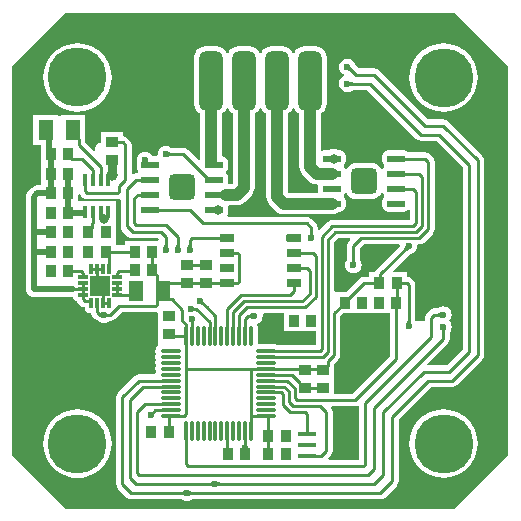
<source format=gtl>
G04*
G04 #@! TF.GenerationSoftware,Altium Limited,Altium Designer,21.9.2 (33)*
G04*
G04 Layer_Physical_Order=1*
G04 Layer_Color=255*
%FSLAX25Y25*%
%MOIN*%
G70*
G04*
G04 #@! TF.SameCoordinates,DDE03FFC-3592-4A1C-B560-7E07A9873239*
G04*
G04*
G04 #@! TF.FilePolarity,Positive*
G04*
G01*
G75*
%ADD16R,0.03740X0.04134*%
%ADD17R,0.04134X0.03740*%
G04:AMPARAMS|DCode=18|XSize=59.06mil|YSize=22.84mil|CornerRadius=2.85mil|HoleSize=0mil|Usage=FLASHONLY|Rotation=180.000|XOffset=0mil|YOffset=0mil|HoleType=Round|Shape=RoundedRectangle|*
%AMROUNDEDRECTD18*
21,1,0.05906,0.01713,0,0,180.0*
21,1,0.05335,0.02284,0,0,180.0*
1,1,0.00571,-0.02667,0.00856*
1,1,0.00571,0.02667,0.00856*
1,1,0.00571,0.02667,-0.00856*
1,1,0.00571,-0.02667,-0.00856*
%
%ADD18ROUNDEDRECTD18*%
%ADD19R,0.04950X0.06700*%
%ADD20R,0.06299X0.01181*%
G04:AMPARAMS|DCode=22|XSize=33.86mil|YSize=10.24mil|CornerRadius=1.28mil|HoleSize=0mil|Usage=FLASHONLY|Rotation=180.000|XOffset=0mil|YOffset=0mil|HoleType=Round|Shape=RoundedRectangle|*
%AMROUNDEDRECTD22*
21,1,0.03386,0.00768,0,0,180.0*
21,1,0.03130,0.01024,0,0,180.0*
1,1,0.00256,-0.01565,0.00384*
1,1,0.00256,0.01565,0.00384*
1,1,0.00256,0.01565,-0.00384*
1,1,0.00256,-0.01565,-0.00384*
%
%ADD22ROUNDEDRECTD22*%
G04:AMPARAMS|DCode=23|XSize=33.86mil|YSize=10.24mil|CornerRadius=1.28mil|HoleSize=0mil|Usage=FLASHONLY|Rotation=270.000|XOffset=0mil|YOffset=0mil|HoleType=Round|Shape=RoundedRectangle|*
%AMROUNDEDRECTD23*
21,1,0.03386,0.00768,0,0,270.0*
21,1,0.03130,0.01024,0,0,270.0*
1,1,0.00256,-0.00384,-0.01565*
1,1,0.00256,-0.00384,0.01565*
1,1,0.00256,0.00384,0.01565*
1,1,0.00256,0.00384,-0.01565*
%
%ADD23ROUNDEDRECTD23*%
%ADD24O,0.07087X0.01181*%
G04:AMPARAMS|DCode=25|XSize=78.74mil|YSize=196.85mil|CornerRadius=19.68mil|HoleSize=0mil|Usage=FLASHONLY|Rotation=0.000|XOffset=0mil|YOffset=0mil|HoleType=Round|Shape=RoundedRectangle|*
%AMROUNDEDRECTD25*
21,1,0.07874,0.15748,0,0,0.0*
21,1,0.03937,0.19685,0,0,0.0*
1,1,0.03937,0.01968,-0.07874*
1,1,0.03937,-0.01968,-0.07874*
1,1,0.03937,-0.01968,0.07874*
1,1,0.03937,0.01968,0.07874*
%
%ADD25ROUNDEDRECTD25*%
%ADD26R,0.05158X0.02559*%
%ADD27O,0.01181X0.07087*%
%ADD28R,0.01800X0.03950*%
G04:AMPARAMS|DCode=45|XSize=89.96mil|YSize=89.96mil|CornerRadius=22.49mil|HoleSize=0mil|Usage=FLASHONLY|Rotation=180.000|XOffset=0mil|YOffset=0mil|HoleType=Round|Shape=RoundedRectangle|*
%AMROUNDEDRECTD45*
21,1,0.08996,0.04498,0,0,180.0*
21,1,0.04498,0.08996,0,0,180.0*
1,1,0.04498,-0.02249,0.02249*
1,1,0.04498,0.02249,0.02249*
1,1,0.04498,0.02249,-0.02249*
1,1,0.04498,-0.02249,-0.02249*
%
%ADD45ROUNDEDRECTD45*%
%ADD46R,0.06614X0.06614*%
%ADD47C,0.01000*%
%ADD48C,0.03150*%
%ADD49C,0.01968*%
%ADD50C,0.03937*%
%ADD51C,0.01575*%
%ADD52C,0.02362*%
%ADD53C,0.03937*%
%ADD54C,0.03150*%
%ADD55C,0.19685*%
G36*
X82677Y64823D02*
Y-64823D01*
X64823Y-82677D01*
X-64823D01*
X-82677Y-64823D01*
Y64823D01*
X-64823Y82677D01*
X64823D01*
X82677Y64823D01*
D02*
G37*
%LPC*%
G36*
X18469Y71448D02*
X14532D01*
X13607Y71326D01*
X12745Y70969D01*
X12004Y70401D01*
X11436Y69661D01*
X11271Y69261D01*
X10729D01*
X10564Y69661D01*
X9996Y70401D01*
X9255Y70969D01*
X8394Y71326D01*
X7468Y71448D01*
X3531D01*
X2606Y71326D01*
X1745Y70969D01*
X1004Y70401D01*
X436Y69661D01*
X271Y69261D01*
X-271D01*
X-436Y69661D01*
X-1004Y70401D01*
X-1745Y70969D01*
X-2606Y71326D01*
X-3531Y71448D01*
X-7468D01*
X-8394Y71326D01*
X-9255Y70969D01*
X-9996Y70401D01*
X-10564Y69661D01*
X-10729Y69261D01*
X-11271D01*
X-11436Y69661D01*
X-12004Y70401D01*
X-12745Y70969D01*
X-13607Y71326D01*
X-14532Y71448D01*
X-18469D01*
X-19394Y71326D01*
X-20255Y70969D01*
X-20996Y70401D01*
X-21564Y69661D01*
X-21921Y68799D01*
X-22042Y67874D01*
Y52126D01*
X-21921Y51201D01*
X-21564Y50339D01*
X-20996Y49599D01*
X-20255Y49031D01*
X-20074Y48956D01*
Y33611D01*
X-20574Y33404D01*
X-24166Y36996D01*
X-24852Y37454D01*
X-25661Y37615D01*
X-29730D01*
X-30110Y37907D01*
X-30781Y38185D01*
X-31500Y38280D01*
X-32219Y38185D01*
X-32890Y37907D01*
X-33465Y37466D01*
X-33907Y36890D01*
X-34185Y36219D01*
X-34280Y35500D01*
X-34247Y35253D01*
X-34686Y34753D01*
X-36036D01*
X-36093Y34890D01*
X-36535Y35465D01*
X-37110Y35907D01*
X-37781Y36185D01*
X-38500Y36280D01*
X-39219Y36185D01*
X-39890Y35907D01*
X-40466Y35465D01*
X-40907Y34890D01*
X-41185Y34219D01*
X-41280Y33500D01*
X-41202Y32913D01*
X-41214Y32856D01*
Y31144D01*
X-41069Y30418D01*
X-40658Y29803D01*
X-40814Y29326D01*
X-41024Y29115D01*
X-41500D01*
X-42310Y28954D01*
X-42444Y28865D01*
X-42885Y29101D01*
Y38500D01*
X-43046Y39309D01*
X-43504Y39996D01*
X-44359Y40850D01*
X-45045Y41309D01*
X-45854Y41470D01*
X-45858D01*
Y42799D01*
X-53142D01*
Y39306D01*
X-53450D01*
X-54065Y39183D01*
X-54585Y38835D01*
X-54933Y38315D01*
X-55056Y37700D01*
Y36701D01*
X-55518Y36509D01*
X-58325Y39317D01*
Y48425D01*
X-66425D01*
Y48256D01*
X-67575D01*
Y48425D01*
X-75675D01*
Y38575D01*
X-73299D01*
Y31858D01*
Y25081D01*
X-74347D01*
X-75015Y24993D01*
X-75637Y24735D01*
X-76172Y24325D01*
X-77325Y23172D01*
X-77735Y22637D01*
X-77993Y22015D01*
X-78081Y21347D01*
Y9500D01*
Y-9500D01*
X-77993Y-10168D01*
X-77735Y-10791D01*
X-77325Y-11325D01*
X-76791Y-11735D01*
X-76168Y-11993D01*
X-75500Y-12081D01*
X-62500D01*
X-62405Y-12069D01*
X-62318Y-12501D01*
X-61942Y-13064D01*
X-61379Y-13441D01*
X-61115Y-13493D01*
X-61076Y-13688D01*
X-60617Y-14375D01*
X-59996Y-14996D01*
X-59310Y-15454D01*
X-58573Y-15601D01*
Y-15715D01*
X-58441Y-16379D01*
X-58064Y-16942D01*
X-57501Y-17319D01*
X-56837Y-17451D01*
X-56520D01*
X-56446Y-17817D01*
X-55988Y-18504D01*
X-54996Y-19496D01*
X-54310Y-19954D01*
X-54061Y-20004D01*
X-53535Y-20407D01*
X-52865Y-20685D01*
X-52146Y-20780D01*
X-51426Y-20685D01*
X-50756Y-20407D01*
X-50375Y-20116D01*
X-50000D01*
X-49190Y-19954D01*
X-48504Y-19496D01*
X-46124Y-17116D01*
X-34936D01*
X-34528Y-17034D01*
X-34142Y-17352D01*
Y-22091D01*
Y-27799D01*
X-34142D01*
X-33990Y-28299D01*
X-34459Y-28612D01*
X-34937Y-29328D01*
X-35105Y-30173D01*
X-34937Y-31018D01*
X-34844Y-31157D01*
X-34937Y-31297D01*
X-35105Y-32142D01*
X-34937Y-32987D01*
X-34844Y-33126D01*
X-34937Y-33265D01*
X-35105Y-34110D01*
X-34937Y-34955D01*
X-34844Y-35094D01*
X-34937Y-35234D01*
X-35105Y-36079D01*
X-34937Y-36924D01*
X-34844Y-37063D01*
X-34937Y-37202D01*
X-35073Y-37885D01*
X-40500D01*
X-41310Y-38046D01*
X-41996Y-38504D01*
X-47496Y-44004D01*
X-47954Y-44690D01*
X-48115Y-45500D01*
Y-74500D01*
X-47954Y-75310D01*
X-47496Y-75996D01*
X-44496Y-78996D01*
X-43810Y-79454D01*
X-43000Y-79615D01*
X-26270D01*
X-25890Y-79907D01*
X-25219Y-80185D01*
X-24500Y-80280D01*
X-23781Y-80185D01*
X-23110Y-79907D01*
X-22730Y-79615D01*
X40000D01*
X40810Y-79454D01*
X41496Y-78996D01*
X45496Y-74996D01*
X45954Y-74310D01*
X46115Y-73500D01*
Y-52876D01*
X56876Y-42115D01*
X64000D01*
X64810Y-41954D01*
X65496Y-41496D01*
X73996Y-32996D01*
X74454Y-32309D01*
X74615Y-31500D01*
Y-9500D01*
Y-5017D01*
Y33500D01*
X74454Y34310D01*
X73996Y34996D01*
X62496Y46496D01*
X61810Y46954D01*
X61000Y47115D01*
X55876D01*
X39496Y63496D01*
X38810Y63954D01*
X38000Y64115D01*
X32643D01*
X31724Y65035D01*
X31723Y65036D01*
X31719Y65049D01*
X31713Y65058D01*
X31703Y65083D01*
X31685Y65219D01*
X31407Y65890D01*
X30966Y66466D01*
X30390Y66907D01*
X29719Y67185D01*
X29000Y67280D01*
X28281Y67185D01*
X27610Y66907D01*
X27035Y66466D01*
X26593Y65890D01*
X26315Y65219D01*
X26220Y64500D01*
X26315Y63781D01*
X26593Y63110D01*
X27035Y62534D01*
X27610Y62093D01*
X27784Y62021D01*
Y61479D01*
X27610Y61407D01*
X27035Y60966D01*
X26593Y60390D01*
X26315Y59719D01*
X26220Y59000D01*
X26315Y58281D01*
X26593Y57610D01*
X27035Y57034D01*
X27610Y56593D01*
X28281Y56315D01*
X29000Y56220D01*
X29719Y56315D01*
X30390Y56593D01*
X30770Y56885D01*
X35624D01*
X52004Y40504D01*
X52690Y40046D01*
X53500Y39885D01*
X58624D01*
X67385Y31124D01*
Y-29624D01*
X62124Y-34885D01*
X55760D01*
X55569Y-34423D01*
X62496Y-27496D01*
X62954Y-26810D01*
X63115Y-26000D01*
Y-23770D01*
X63407Y-23390D01*
X63685Y-22719D01*
X63780Y-22000D01*
X63685Y-21281D01*
X63407Y-20610D01*
X62966Y-20034D01*
Y-19965D01*
X63407Y-19390D01*
X63685Y-18719D01*
X63780Y-18000D01*
X63685Y-17281D01*
X63407Y-16610D01*
X62966Y-16035D01*
X62390Y-15593D01*
X61719Y-15315D01*
X61000Y-15220D01*
X60281Y-15315D01*
X59610Y-15593D01*
X59189Y-15916D01*
X57968D01*
X57159Y-16077D01*
X56473Y-16536D01*
X55504Y-17504D01*
X55046Y-18191D01*
X54885Y-19000D01*
Y-20000D01*
X51708D01*
X51615Y-19962D01*
Y-15000D01*
Y-8086D01*
X51454Y-7276D01*
X50996Y-6590D01*
X50410Y-6004D01*
X49724Y-5546D01*
X48914Y-5385D01*
X48799D01*
Y-3858D01*
X44287D01*
X44095Y-3396D01*
X49744Y2252D01*
X50219Y2315D01*
X50890Y2593D01*
X51465Y3035D01*
X51907Y3610D01*
X52185Y4281D01*
X52280Y5000D01*
X52279Y5009D01*
X52608Y5385D01*
X53000D01*
X53810Y5546D01*
X54496Y6004D01*
X57496Y9004D01*
X57954Y9690D01*
X58115Y10500D01*
Y33000D01*
X57954Y33810D01*
X57496Y34496D01*
X56496Y35496D01*
X55810Y35954D01*
X55000Y36115D01*
X49213D01*
X49158Y36197D01*
X48543Y36609D01*
X47817Y36753D01*
X42482D01*
X41756Y36609D01*
X41141Y36197D01*
X40730Y35582D01*
X40586Y34856D01*
Y33144D01*
X40730Y32418D01*
X41141Y31803D01*
X41220Y31750D01*
Y31250D01*
X41141Y31197D01*
X40730Y30582D01*
X40710Y30484D01*
X40191Y30433D01*
X40089Y30677D01*
X39476Y31476D01*
X38677Y32089D01*
X37747Y32474D01*
X36749Y32606D01*
X32251D01*
X31253Y32474D01*
X30323Y32089D01*
X29524Y31476D01*
X28911Y30677D01*
X28809Y30433D01*
X28289Y30484D01*
X28270Y30582D01*
X27859Y31197D01*
X27780Y31250D01*
Y31750D01*
X27859Y31803D01*
X28270Y32418D01*
X28414Y33144D01*
Y34856D01*
X28270Y35582D01*
X27859Y36197D01*
X27244Y36609D01*
X26518Y36753D01*
X26084D01*
X25322Y37069D01*
X24500Y37177D01*
X23678Y37069D01*
X22916Y36753D01*
X21183D01*
X20574Y36632D01*
X20074Y36908D01*
Y48956D01*
X20255Y49031D01*
X20996Y49599D01*
X21564Y50339D01*
X21921Y51201D01*
X22042Y52126D01*
Y67874D01*
X21921Y68799D01*
X21564Y69661D01*
X20996Y70401D01*
X20255Y70969D01*
X19394Y71326D01*
X18469Y71448D01*
D02*
G37*
G36*
X-61000Y72476D02*
X-62792Y72335D01*
X-64539Y71916D01*
X-66199Y71228D01*
X-67732Y70289D01*
X-69098Y69122D01*
X-70265Y67755D01*
X-71204Y66223D01*
X-71892Y64563D01*
X-72312Y62815D01*
X-72453Y61024D01*
X-72312Y59232D01*
X-71892Y57485D01*
X-71204Y55824D01*
X-70265Y54292D01*
X-69098Y52925D01*
X-67732Y51758D01*
X-66199Y50819D01*
X-64539Y50131D01*
X-62792Y49712D01*
X-61000Y49571D01*
X-59208Y49712D01*
X-57461Y50131D01*
X-55801Y50819D01*
X-54268Y51758D01*
X-52902Y52925D01*
X-51735Y54292D01*
X-50796Y55824D01*
X-50108Y57485D01*
X-49688Y59232D01*
X-49547Y61024D01*
X-49688Y62815D01*
X-50108Y64563D01*
X-50796Y66223D01*
X-51735Y67755D01*
X-52902Y69122D01*
X-54268Y70289D01*
X-55801Y71228D01*
X-57461Y71916D01*
X-59208Y72335D01*
X-61000Y72476D01*
D02*
G37*
G36*
X61024Y72453D02*
X59232Y72312D01*
X57485Y71892D01*
X55824Y71204D01*
X54292Y70265D01*
X52925Y69098D01*
X51758Y67732D01*
X50819Y66199D01*
X50131Y64539D01*
X49712Y62792D01*
X49571Y61000D01*
X49712Y59208D01*
X50131Y57461D01*
X50819Y55801D01*
X51758Y54268D01*
X52925Y52902D01*
X54292Y51735D01*
X55824Y50796D01*
X57485Y50108D01*
X59232Y49688D01*
X61024Y49547D01*
X62815Y49688D01*
X64563Y50108D01*
X66223Y50796D01*
X67755Y51735D01*
X69122Y52902D01*
X70289Y54268D01*
X71228Y55801D01*
X71916Y57461D01*
X72335Y59208D01*
X72476Y61000D01*
X72335Y62792D01*
X71916Y64539D01*
X71228Y66199D01*
X70289Y67732D01*
X69122Y69098D01*
X67755Y70265D01*
X66223Y71204D01*
X64563Y71892D01*
X62815Y72312D01*
X61024Y72453D01*
D02*
G37*
G36*
Y-49547D02*
X59232Y-49688D01*
X57485Y-50108D01*
X55824Y-50796D01*
X54292Y-51735D01*
X52925Y-52902D01*
X51758Y-54268D01*
X50819Y-55801D01*
X50131Y-57461D01*
X49712Y-59208D01*
X49571Y-61000D01*
X49712Y-62792D01*
X50131Y-64539D01*
X50819Y-66199D01*
X51758Y-67732D01*
X52925Y-69098D01*
X54292Y-70265D01*
X55824Y-71204D01*
X57485Y-71892D01*
X59232Y-72312D01*
X61024Y-72453D01*
X62815Y-72312D01*
X64563Y-71892D01*
X66223Y-71204D01*
X67755Y-70265D01*
X69122Y-69098D01*
X70289Y-67732D01*
X71228Y-66199D01*
X71916Y-64539D01*
X72335Y-62792D01*
X72476Y-61000D01*
X72335Y-59208D01*
X71916Y-57461D01*
X71228Y-55801D01*
X70289Y-54268D01*
X69122Y-52902D01*
X67755Y-51735D01*
X66223Y-50796D01*
X64563Y-50108D01*
X62815Y-49688D01*
X61024Y-49547D01*
D02*
G37*
G36*
X-61000Y-49571D02*
X-62792Y-49712D01*
X-64539Y-50131D01*
X-66199Y-50819D01*
X-67732Y-51758D01*
X-69098Y-52925D01*
X-70265Y-54292D01*
X-71204Y-55824D01*
X-71892Y-57485D01*
X-72312Y-59232D01*
X-72453Y-61024D01*
X-72312Y-62815D01*
X-71892Y-64563D01*
X-71204Y-66223D01*
X-70265Y-67755D01*
X-69098Y-69122D01*
X-67732Y-70289D01*
X-66199Y-71228D01*
X-64539Y-71916D01*
X-62792Y-72335D01*
X-61000Y-72476D01*
X-59208Y-72335D01*
X-57461Y-71916D01*
X-55801Y-71228D01*
X-54268Y-70289D01*
X-52902Y-69122D01*
X-51735Y-67755D01*
X-50796Y-66223D01*
X-50108Y-64563D01*
X-49688Y-62815D01*
X-49547Y-61024D01*
X-49688Y-59232D01*
X-50108Y-57485D01*
X-50796Y-55824D01*
X-51735Y-54292D01*
X-52902Y-52925D01*
X-54268Y-51758D01*
X-55801Y-50819D01*
X-57461Y-50131D01*
X-59208Y-49712D01*
X-61000Y-49571D01*
D02*
G37*
%LPD*%
G36*
X30185Y64590D02*
X30209Y64502D01*
X30240Y64415D01*
X30279Y64328D01*
X30326Y64241D01*
X30379Y64154D01*
X30440Y64067D01*
X30508Y63981D01*
X30667Y63807D01*
X30087Y62973D01*
X29999Y63056D01*
X29910Y63128D01*
X29822Y63191D01*
X29734Y63242D01*
X29645Y63284D01*
X29557Y63315D01*
X29468Y63336D01*
X29379Y63346D01*
X29290Y63346D01*
X29200Y63336D01*
X30168Y64677D01*
X30185Y64590D01*
D02*
G37*
G36*
X29910Y59765D02*
X29983Y59709D01*
X30062Y59660D01*
X30147Y59618D01*
X30237Y59582D01*
X30334Y59552D01*
X30436Y59529D01*
X30544Y59513D01*
X30659Y59503D01*
X30779Y59500D01*
Y58500D01*
X30659Y58497D01*
X30544Y58487D01*
X30436Y58471D01*
X30334Y58448D01*
X30237Y58418D01*
X30147Y58382D01*
X30062Y58340D01*
X29983Y58291D01*
X29910Y58235D01*
X29844Y58173D01*
Y59827D01*
X29910Y59765D01*
D02*
G37*
G36*
X-30590Y36265D02*
X-30517Y36209D01*
X-30438Y36160D01*
X-30353Y36118D01*
X-30263Y36082D01*
X-30166Y36052D01*
X-30064Y36029D01*
X-29956Y36013D01*
X-29841Y36003D01*
X-29721Y36000D01*
Y35000D01*
X-29841Y34997D01*
X-29956Y34987D01*
X-30064Y34971D01*
X-30166Y34948D01*
X-30263Y34918D01*
X-30353Y34882D01*
X-30438Y34840D01*
X-30517Y34791D01*
X-30590Y34735D01*
X-30656Y34673D01*
Y36327D01*
X-30590Y36265D01*
D02*
G37*
G36*
X-10564Y50339D02*
X-9996Y49599D01*
X-9255Y49031D01*
X-9074Y48956D01*
Y25787D01*
X-9287Y25574D01*
X-10506D01*
X-10823Y25960D01*
X-10786Y26144D01*
Y27856D01*
X-10931Y28582D01*
X-11342Y29197D01*
X-11421Y29250D01*
Y29750D01*
X-11342Y29803D01*
X-10931Y30418D01*
X-10786Y31144D01*
Y32856D01*
X-10931Y33582D01*
X-11342Y34197D01*
X-11957Y34609D01*
X-12683Y34753D01*
X-12926D01*
Y48956D01*
X-12745Y49031D01*
X-12004Y49599D01*
X-11436Y50339D01*
X-11271Y50739D01*
X-10729D01*
X-10564Y50339D01*
D02*
G37*
G36*
X11436D02*
X12004Y49599D01*
X12745Y49031D01*
X12926Y48956D01*
Y31306D01*
X13048Y30381D01*
X13405Y29519D01*
X13973Y28779D01*
X16279Y26473D01*
X17019Y25905D01*
X17881Y25548D01*
X18806Y25426D01*
X19006D01*
X19323Y25040D01*
X19286Y24856D01*
Y23144D01*
X19323Y22960D01*
X19006Y22574D01*
X9287D01*
X9074Y22787D01*
Y48956D01*
X9255Y49031D01*
X9996Y49599D01*
X10564Y50339D01*
X10729Y50739D01*
X11271D01*
X11436Y50339D01*
D02*
G37*
G36*
X436D02*
X1004Y49599D01*
X1745Y49031D01*
X1926Y48956D01*
Y21306D01*
X2048Y20381D01*
X2405Y19519D01*
X2973Y18779D01*
X5279Y16473D01*
X6019Y15905D01*
X6881Y15548D01*
X7806Y15426D01*
X23850D01*
X24775Y15548D01*
X25637Y15905D01*
X26083Y16247D01*
X26518D01*
X27244Y16391D01*
X27859Y16803D01*
X28270Y17418D01*
X28414Y18144D01*
Y19856D01*
X28270Y20582D01*
X27859Y21197D01*
X27780Y21250D01*
Y21750D01*
X27859Y21802D01*
X28270Y22418D01*
X28289Y22516D01*
X28809Y22567D01*
X28911Y22323D01*
X29524Y21524D01*
X30323Y20911D01*
X31253Y20526D01*
X32251Y20394D01*
X36749D01*
X37747Y20526D01*
X38677Y20911D01*
X39476Y21524D01*
X40089Y22323D01*
X40191Y22567D01*
X40710Y22516D01*
X40730Y22418D01*
X41141Y21802D01*
X41220Y21750D01*
Y21250D01*
X41141Y21197D01*
X40730Y20582D01*
X40586Y19856D01*
Y18144D01*
X40730Y17418D01*
X41141Y16803D01*
X41756Y16391D01*
X42482Y16247D01*
X43297D01*
X43500Y16220D01*
X43703Y16247D01*
X46797D01*
X47000Y16220D01*
X47203Y16247D01*
X47817D01*
X48543Y16391D01*
X49158Y16803D01*
X49385Y17142D01*
X49885Y16990D01*
Y13615D01*
X24000D01*
X23190Y13454D01*
X22504Y12996D01*
X19577Y10069D01*
X19116Y10260D01*
Y11000D01*
X18954Y11810D01*
X18496Y12496D01*
X16996Y13996D01*
X16309Y14454D01*
X15500Y14615D01*
X-10866D01*
X-11133Y15115D01*
X-10931Y15418D01*
X-10786Y16144D01*
Y17856D01*
X-10823Y18040D01*
X-10506Y18426D01*
X-7806D01*
X-6881Y18548D01*
X-6019Y18905D01*
X-5279Y19473D01*
X-2973Y21779D01*
X-2405Y22519D01*
X-2048Y23381D01*
X-1926Y24306D01*
Y48956D01*
X-1745Y49031D01*
X-1004Y49599D01*
X-436Y50339D01*
X-271Y50739D01*
X271D01*
X436Y50339D01*
D02*
G37*
G36*
X17503Y9159D02*
X17513Y9044D01*
X17529Y8936D01*
X17552Y8834D01*
X17582Y8737D01*
X17618Y8647D01*
X17660Y8562D01*
X17709Y8483D01*
X17765Y8410D01*
X17827Y8343D01*
X16173D01*
X16235Y8410D01*
X16291Y8483D01*
X16340Y8562D01*
X16382Y8647D01*
X16418Y8737D01*
X16448Y8834D01*
X16471Y8936D01*
X16487Y9044D01*
X16497Y9159D01*
X16500Y9279D01*
X17500D01*
X17503Y9159D01*
D02*
G37*
G36*
X-59834Y21590D02*
X-59249Y21004D01*
X-58562Y20546D01*
X-57753Y20384D01*
X-47586D01*
X-47115Y20478D01*
X-46615Y20097D01*
Y11500D01*
X-46454Y10690D01*
X-45996Y10004D01*
X-43996Y8004D01*
X-43310Y7546D01*
X-42500Y7385D01*
X-34029D01*
X-33796Y7142D01*
X-34008Y6642D01*
X-45299D01*
Y5115D01*
X-48201D01*
Y12625D01*
X-48187D01*
Y19725D01*
X-60701D01*
Y21987D01*
X-60201Y22138D01*
X-59834Y21590D01*
D02*
G37*
G36*
X-22997Y5159D02*
X-22987Y5045D01*
X-22971Y4936D01*
X-22948Y4834D01*
X-22918Y4737D01*
X-22882Y4647D01*
X-22840Y4562D01*
X-22791Y4483D01*
X-22735Y4411D01*
X-22673Y4343D01*
X-24327D01*
X-24265Y4411D01*
X-24209Y4483D01*
X-24160Y4562D01*
X-24118Y4647D01*
X-24082Y4737D01*
X-24052Y4834D01*
X-24029Y4936D01*
X-24013Y5045D01*
X-24003Y5159D01*
X-24000Y5279D01*
X-23000D01*
X-22997Y5159D01*
D02*
G37*
G36*
X-26997D02*
X-26987Y5045D01*
X-26971Y4936D01*
X-26948Y4834D01*
X-26918Y4737D01*
X-26882Y4647D01*
X-26840Y4562D01*
X-26791Y4483D01*
X-26735Y4411D01*
X-26673Y4343D01*
X-28327D01*
X-28265Y4411D01*
X-28209Y4483D01*
X-28160Y4562D01*
X-28118Y4647D01*
X-28082Y4737D01*
X-28052Y4834D01*
X-28029Y4936D01*
X-28013Y5045D01*
X-28003Y5159D01*
X-28000Y5279D01*
X-27000D01*
X-26997Y5159D01*
D02*
G37*
G36*
X-30997D02*
X-30987Y5045D01*
X-30971Y4936D01*
X-30948Y4834D01*
X-30918Y4737D01*
X-30882Y4647D01*
X-30840Y4562D01*
X-30791Y4483D01*
X-30735Y4411D01*
X-30673Y4343D01*
X-32327D01*
X-32265Y4411D01*
X-32209Y4483D01*
X-32160Y4562D01*
X-32118Y4647D01*
X-32082Y4737D01*
X-32052Y4834D01*
X-32029Y4936D01*
X-32013Y5045D01*
X-32003Y5159D01*
X-32000Y5279D01*
X-31000D01*
X-30997Y5159D01*
D02*
G37*
G36*
X49488Y3819D02*
X49397Y3816D01*
X49306Y3803D01*
X49216Y3782D01*
X49126Y3752D01*
X49036Y3714D01*
X48947Y3666D01*
X48859Y3610D01*
X48771Y3545D01*
X48683Y3471D01*
X48596Y3389D01*
X47889Y4096D01*
X47971Y4183D01*
X48045Y4271D01*
X48110Y4359D01*
X48166Y4447D01*
X48214Y4536D01*
X48252Y4626D01*
X48282Y4716D01*
X48303Y4806D01*
X48316Y4897D01*
X48319Y4988D01*
X49488Y3819D01*
D02*
G37*
G36*
X31503Y159D02*
X31513Y45D01*
X31529Y-64D01*
X31552Y-166D01*
X31582Y-263D01*
X31618Y-353D01*
X31660Y-438D01*
X31709Y-517D01*
X31765Y-589D01*
X31827Y-656D01*
X30173D01*
X30235Y-589D01*
X30291Y-517D01*
X30340Y-438D01*
X30382Y-353D01*
X30418Y-263D01*
X30448Y-166D01*
X30471Y-64D01*
X30487Y45D01*
X30497Y159D01*
X30500Y279D01*
X31500D01*
X31503Y159D01*
D02*
G37*
G36*
X-18844Y-2472D02*
X-18911Y-2410D01*
X-18983Y-2355D01*
X-19062Y-2306D01*
X-19147Y-2263D01*
X-19237Y-2227D01*
X-19334Y-2198D01*
X-19436Y-2175D01*
X-19545Y-2159D01*
X-19659Y-2149D01*
X-19779Y-2146D01*
Y-1146D01*
X-19659Y-1142D01*
X-19545Y-1133D01*
X-19436Y-1116D01*
X-19334Y-1093D01*
X-19237Y-1064D01*
X-19147Y-1028D01*
X-19062Y-986D01*
X-18983Y-936D01*
X-18911Y-881D01*
X-18844Y-819D01*
Y-2472D01*
D02*
G37*
G36*
X-10004Y-6724D02*
X-9934Y-6782D01*
X-9857Y-6833D01*
X-9774Y-6877D01*
X-9685Y-6915D01*
X-9590Y-6945D01*
X-9488Y-6969D01*
X-9380Y-6986D01*
X-9266Y-6997D01*
X-9146Y-7000D01*
X-9195Y-8000D01*
X-9315Y-8003D01*
X-9429Y-8012D01*
X-9538Y-8028D01*
X-9641Y-8050D01*
X-9738Y-8078D01*
X-9830Y-8112D01*
X-9917Y-8152D01*
X-9997Y-8199D01*
X-10072Y-8252D01*
X-10142Y-8311D01*
X-10069Y-6659D01*
X-10004Y-6724D01*
D02*
G37*
G36*
X-11754Y-8311D02*
X-11823Y-8252D01*
X-11898Y-8199D01*
X-11979Y-8152D01*
X-12065Y-8112D01*
X-12157Y-8078D01*
X-12254Y-8050D01*
X-12358Y-8028D01*
X-12466Y-8012D01*
X-12581Y-8003D01*
X-12700Y-8000D01*
X-12749Y-7000D01*
X-12629Y-6997D01*
X-12515Y-6986D01*
X-12407Y-6969D01*
X-12306Y-6945D01*
X-12211Y-6915D01*
X-12121Y-6877D01*
X-12038Y-6833D01*
X-11962Y-6782D01*
X-11891Y-6724D01*
X-11827Y-6659D01*
X-11754Y-8311D01*
D02*
G37*
G36*
X-53398Y-7719D02*
X-54278Y-8382D01*
X-54279Y-8361D01*
X-54286Y-8335D01*
X-54301Y-8304D01*
X-54322Y-8269D01*
X-54350Y-8229D01*
X-54427Y-8134D01*
X-54531Y-8022D01*
X-54593Y-7958D01*
X-53755Y-7383D01*
X-53398Y-7719D01*
D02*
G37*
G36*
X-52721Y-8639D02*
X-52714Y-8665D01*
X-52699Y-8696D01*
X-52678Y-8731D01*
X-52650Y-8771D01*
X-52573Y-8866D01*
X-52469Y-8978D01*
X-52407Y-9042D01*
X-53245Y-9618D01*
X-53602Y-9281D01*
X-52722Y-8618D01*
X-52721Y-8639D01*
D02*
G37*
G36*
X30017Y6923D02*
X29504Y6410D01*
X29046Y5724D01*
X28885Y4914D01*
Y270D01*
X28593Y-110D01*
X28315Y-781D01*
X28220Y-1500D01*
X28315Y-2219D01*
X28593Y-2890D01*
X29035Y-3466D01*
X29610Y-3907D01*
X30281Y-4185D01*
X31000Y-4280D01*
X31719Y-4185D01*
X32390Y-3907D01*
X32965Y-3466D01*
X33407Y-2890D01*
X33685Y-2219D01*
X33780Y-1500D01*
X33685Y-781D01*
X33407Y-110D01*
X33115Y270D01*
Y4038D01*
X34462Y5385D01*
X46186D01*
X46393Y4885D01*
X38485Y-3023D01*
X38027Y-3709D01*
X37997Y-3858D01*
X36201D01*
Y-5385D01*
X34449D01*
X33639Y-5546D01*
X32953Y-6004D01*
X28599Y-10358D01*
X24701D01*
X24615Y-9894D01*
Y6124D01*
X25876Y7385D01*
X29825D01*
X30017Y6923D01*
D02*
G37*
G36*
X29697Y-12959D02*
X29614Y-13047D01*
X29542Y-13135D01*
X29479Y-13223D01*
X29426Y-13312D01*
X29383Y-13400D01*
X29350Y-13490D01*
X29327Y-13579D01*
X29314Y-13669D01*
X29310Y-13759D01*
X29317Y-13849D01*
X28018Y-12826D01*
X28107Y-12812D01*
X28196Y-12791D01*
X28285Y-12762D01*
X28373Y-12726D01*
X28461Y-12681D01*
X28549Y-12629D01*
X28636Y-12570D01*
X28723Y-12502D01*
X28810Y-12427D01*
X28897Y-12345D01*
X29697Y-12959D01*
D02*
G37*
G36*
X-18815Y-13603D02*
X-18803Y-13694D01*
X-18782Y-13784D01*
X-18752Y-13874D01*
X-18714Y-13964D01*
X-18666Y-14053D01*
X-18610Y-14141D01*
X-18545Y-14229D01*
X-18471Y-14317D01*
X-18389Y-14404D01*
X-19096Y-15111D01*
X-19183Y-15029D01*
X-19271Y-14955D01*
X-19359Y-14890D01*
X-19447Y-14834D01*
X-19536Y-14786D01*
X-19626Y-14748D01*
X-19716Y-14718D01*
X-19806Y-14697D01*
X-19897Y-14684D01*
X-19988Y-14681D01*
X-18819Y-13512D01*
X-18815Y-13603D01*
D02*
G37*
G36*
X28134Y-15181D02*
X28043Y-15184D01*
X27952Y-15197D01*
X27861Y-15218D01*
X27771Y-15248D01*
X27682Y-15286D01*
X27593Y-15334D01*
X27504Y-15390D01*
X27416Y-15455D01*
X27329Y-15529D01*
X27242Y-15611D01*
X26534Y-14904D01*
X26617Y-14817D01*
X26691Y-14729D01*
X26756Y-14641D01*
X26812Y-14553D01*
X26859Y-14464D01*
X26898Y-14374D01*
X26928Y-14284D01*
X26949Y-14194D01*
X26961Y-14103D01*
X26965Y-14012D01*
X28134Y-15181D01*
D02*
G37*
G36*
X-21889Y-15585D02*
X-21864Y-15606D01*
X-21830Y-15624D01*
X-21785Y-15641D01*
X-21731Y-15654D01*
X-21668Y-15665D01*
X-21594Y-15674D01*
X-21418Y-15684D01*
X-21315Y-15685D01*
X-21329Y-16685D01*
X-21464Y-16686D01*
X-22000Y-16720D01*
X-22044Y-16731D01*
X-22075Y-16743D01*
X-22093Y-16757D01*
X-21903Y-15561D01*
X-21889Y-15585D01*
D02*
G37*
G36*
X60179Y-18849D02*
X60110Y-18789D01*
X60036Y-18735D01*
X59956Y-18687D01*
X59871Y-18646D01*
X59779Y-18611D01*
X59682Y-18582D01*
X59579Y-18560D01*
X59471Y-18544D01*
X59356Y-18535D01*
X59237Y-18531D01*
X59207Y-17531D01*
X59327Y-17528D01*
X59441Y-17518D01*
X59549Y-17501D01*
X59651Y-17478D01*
X59747Y-17448D01*
X59837Y-17411D01*
X59920Y-17367D01*
X59998Y-17317D01*
X60069Y-17260D01*
X60135Y-17196D01*
X60179Y-18849D01*
D02*
G37*
G36*
X-2843Y-19327D02*
X-2911Y-19265D01*
X-2983Y-19209D01*
X-3062Y-19160D01*
X-3147Y-19118D01*
X-3237Y-19082D01*
X-3334Y-19052D01*
X-3436Y-19029D01*
X-3545Y-19013D01*
X-3659Y-19003D01*
X-3779Y-19000D01*
Y-18000D01*
X-3659Y-17997D01*
X-3545Y-17987D01*
X-3436Y-17971D01*
X-3334Y-17948D01*
X-3237Y-17918D01*
X-3147Y-17882D01*
X-3062Y-17840D01*
X-2983Y-17791D01*
X-2911Y-17735D01*
X-2843Y-17673D01*
Y-19327D01*
D02*
G37*
G36*
X50003Y-20203D02*
X50013Y-20318D01*
X50029Y-20426D01*
X50052Y-20528D01*
X50082Y-20625D01*
X50118Y-20715D01*
X50160Y-20800D01*
X50209Y-20879D01*
X50265Y-20952D01*
X50327Y-21019D01*
X48673D01*
X48735Y-20952D01*
X48791Y-20879D01*
X48840Y-20800D01*
X48882Y-20715D01*
X48918Y-20625D01*
X48948Y-20528D01*
X48971Y-20426D01*
X48987Y-20318D01*
X48997Y-20203D01*
X49000Y-20084D01*
X50000D01*
X50003Y-20203D01*
D02*
G37*
G36*
X61765Y-22910D02*
X61709Y-22983D01*
X61660Y-23062D01*
X61618Y-23147D01*
X61582Y-23237D01*
X61552Y-23334D01*
X61529Y-23436D01*
X61513Y-23544D01*
X61503Y-23659D01*
X61500Y-23779D01*
X60500D01*
X60497Y-23659D01*
X60487Y-23544D01*
X60471Y-23436D01*
X60448Y-23334D01*
X60418Y-23237D01*
X60382Y-23147D01*
X60340Y-23062D01*
X60291Y-22983D01*
X60235Y-22910D01*
X60173Y-22843D01*
X61827D01*
X61765Y-22910D01*
D02*
G37*
G36*
X7701Y-23642D02*
X18384D01*
Y-28058D01*
X5362D01*
X4898Y-27966D01*
X-965D01*
Y-22102D01*
X-1134Y-21258D01*
X-1087Y-21105D01*
X-610Y-20907D01*
X-35Y-20466D01*
X407Y-19890D01*
X685Y-19219D01*
X780Y-18500D01*
X729Y-18115D01*
X1123Y-17616D01*
X7701D01*
Y-23642D01*
D02*
G37*
G36*
X15911Y-41590D02*
X15983Y-41645D01*
X16062Y-41694D01*
X16147Y-41737D01*
X16237Y-41773D01*
X16334Y-41802D01*
X16436Y-41825D01*
X16544Y-41841D01*
X16659Y-41851D01*
X16779Y-41854D01*
Y-42854D01*
X16659Y-42858D01*
X16544Y-42867D01*
X16436Y-42884D01*
X16334Y-42907D01*
X16237Y-42936D01*
X16147Y-42972D01*
X16062Y-43014D01*
X15983Y-43064D01*
X15911Y-43119D01*
X15844Y-43181D01*
Y-41528D01*
X15911Y-41590D01*
D02*
G37*
G36*
X43093Y-31915D02*
X30624Y-44385D01*
X24642D01*
Y-40091D01*
Y-34350D01*
X25996Y-32996D01*
X26454Y-32310D01*
X26615Y-31500D01*
Y-18522D01*
X27496Y-17642D01*
X43093D01*
Y-31915D01*
D02*
G37*
G36*
X32885Y-48601D02*
Y-66385D01*
X22814D01*
X22607Y-65885D01*
X23496Y-64996D01*
X23954Y-64310D01*
X24115Y-63500D01*
Y-50500D01*
X23954Y-49690D01*
X23570Y-49115D01*
X23746Y-48615D01*
X31500D01*
X32310Y-48454D01*
X32444Y-48365D01*
X32885Y-48601D01*
D02*
G37*
G36*
X-14089Y-73735D02*
X-14017Y-73791D01*
X-13938Y-73840D01*
X-13853Y-73882D01*
X-13763Y-73918D01*
X-13666Y-73948D01*
X-13564Y-73971D01*
X-13455Y-73987D01*
X-13341Y-73997D01*
X-13221Y-74000D01*
Y-75000D01*
X-13341Y-75003D01*
X-13455Y-75013D01*
X-13564Y-75029D01*
X-13666Y-75052D01*
X-13763Y-75082D01*
X-13853Y-75118D01*
X-13938Y-75160D01*
X-14017Y-75209D01*
X-14089Y-75265D01*
X-14156Y-75327D01*
Y-73673D01*
X-14089Y-73735D01*
D02*
G37*
G36*
X-15844Y-75327D02*
X-15911Y-75265D01*
X-15983Y-75209D01*
X-16062Y-75160D01*
X-16147Y-75118D01*
X-16237Y-75082D01*
X-16334Y-75052D01*
X-16436Y-75029D01*
X-16544Y-75013D01*
X-16659Y-75003D01*
X-16779Y-75000D01*
Y-74000D01*
X-16659Y-73997D01*
X-16544Y-73987D01*
X-16436Y-73971D01*
X-16334Y-73948D01*
X-16237Y-73918D01*
X-16147Y-73882D01*
X-16062Y-73840D01*
X-15983Y-73791D01*
X-15911Y-73735D01*
X-15844Y-73673D01*
Y-75327D01*
D02*
G37*
G36*
X-23589Y-76735D02*
X-23517Y-76791D01*
X-23438Y-76840D01*
X-23353Y-76882D01*
X-23263Y-76918D01*
X-23166Y-76948D01*
X-23064Y-76971D01*
X-22955Y-76987D01*
X-22841Y-76997D01*
X-22721Y-77000D01*
Y-78000D01*
X-22841Y-78003D01*
X-22955Y-78013D01*
X-23064Y-78029D01*
X-23166Y-78052D01*
X-23263Y-78082D01*
X-23353Y-78118D01*
X-23438Y-78160D01*
X-23517Y-78209D01*
X-23589Y-78265D01*
X-23656Y-78327D01*
Y-76673D01*
X-23589Y-76735D01*
D02*
G37*
G36*
X-25343Y-78327D02*
X-25411Y-78265D01*
X-25483Y-78209D01*
X-25562Y-78160D01*
X-25647Y-78118D01*
X-25737Y-78082D01*
X-25834Y-78052D01*
X-25936Y-78029D01*
X-26044Y-78013D01*
X-26159Y-78003D01*
X-26279Y-78000D01*
Y-77000D01*
X-26159Y-76997D01*
X-26044Y-76987D01*
X-25936Y-76971D01*
X-25834Y-76948D01*
X-25737Y-76918D01*
X-25647Y-76882D01*
X-25562Y-76840D01*
X-25483Y-76791D01*
X-25411Y-76735D01*
X-25343Y-76673D01*
Y-78327D01*
D02*
G37*
D16*
X-36354Y-57000D02*
D03*
X-30646D02*
D03*
X39500Y-14000D02*
D03*
X45209D02*
D03*
X39646Y-7500D02*
D03*
X45354D02*
D03*
X-5146Y-64500D02*
D03*
X-10854D02*
D03*
X33854Y-14000D02*
D03*
X28146D02*
D03*
X16854Y-20000D02*
D03*
X11146D02*
D03*
X8354Y-64500D02*
D03*
X2646D02*
D03*
X8354Y-58500D02*
D03*
X2646D02*
D03*
X-69854Y3000D02*
D03*
X-64146D02*
D03*
X-69854Y9500D02*
D03*
X-64146D02*
D03*
X-36146Y-3000D02*
D03*
X-57354Y3000D02*
D03*
X-41854Y-3000D02*
D03*
X-51646Y3000D02*
D03*
X-41854D02*
D03*
X-51646Y9500D02*
D03*
X-64146Y22500D02*
D03*
Y16000D02*
D03*
X-36146Y3000D02*
D03*
X-57354Y9500D02*
D03*
X-69854Y22500D02*
D03*
Y16000D02*
D03*
X-64146Y-3500D02*
D03*
X-69854D02*
D03*
X-64146Y35500D02*
D03*
X-69854D02*
D03*
X-64146Y29000D02*
D03*
X-69854D02*
D03*
D17*
X-30500Y-18646D02*
D03*
Y-24354D02*
D03*
X-49500Y39354D02*
D03*
Y33646D02*
D03*
X21000Y-36646D02*
D03*
Y-42354D02*
D03*
X-24500Y-7354D02*
D03*
Y-1646D02*
D03*
X15000Y-36646D02*
D03*
Y-42354D02*
D03*
X-18000Y-7354D02*
D03*
Y-1646D02*
D03*
D18*
X45150Y24000D02*
D03*
Y29000D02*
D03*
Y34000D02*
D03*
X23850D02*
D03*
Y29000D02*
D03*
Y24000D02*
D03*
Y19000D02*
D03*
X45150D02*
D03*
X-36650Y32000D02*
D03*
X-15350D02*
D03*
Y27000D02*
D03*
Y22000D02*
D03*
Y17000D02*
D03*
X-36650D02*
D03*
Y22000D02*
D03*
Y27000D02*
D03*
D19*
X-71625Y43500D02*
D03*
X-62375D02*
D03*
X-32375Y-10000D02*
D03*
X-41625D02*
D03*
D20*
X15500Y-65240D02*
D03*
Y-61500D02*
D03*
Y-57760D02*
D03*
D22*
X-59150Y-11453D02*
D03*
Y-9484D02*
D03*
Y-7516D02*
D03*
Y-5547D02*
D03*
X-47850D02*
D03*
Y-7516D02*
D03*
Y-9484D02*
D03*
Y-11453D02*
D03*
D23*
X-50547Y-14150D02*
D03*
X-52516D02*
D03*
X-54484D02*
D03*
X-56453D02*
D03*
Y-2850D02*
D03*
X-54484D02*
D03*
X-52516D02*
D03*
X-50547D02*
D03*
D24*
X-29945Y-45921D02*
D03*
Y-43953D02*
D03*
Y-47890D02*
D03*
X1945Y-51827D02*
D03*
Y-49858D02*
D03*
Y-47890D02*
D03*
Y-45921D02*
D03*
Y-43953D02*
D03*
Y-41984D02*
D03*
Y-40016D02*
D03*
Y-38047D02*
D03*
Y-36079D02*
D03*
Y-34110D02*
D03*
Y-32142D02*
D03*
Y-30173D02*
D03*
X-29945D02*
D03*
Y-32142D02*
D03*
Y-34110D02*
D03*
Y-36079D02*
D03*
Y-38047D02*
D03*
Y-40016D02*
D03*
Y-41984D02*
D03*
Y-49858D02*
D03*
Y-51827D02*
D03*
D25*
X16500Y60000D02*
D03*
X5500D02*
D03*
X-5500D02*
D03*
X-16500D02*
D03*
D26*
X11201Y7500D02*
D03*
Y2500D02*
D03*
Y-2500D02*
D03*
Y-7500D02*
D03*
X-11201D02*
D03*
Y-2500D02*
D03*
Y2500D02*
D03*
Y7500D02*
D03*
D27*
X-3173Y-25055D02*
D03*
X-5142D02*
D03*
X-7110D02*
D03*
X-9079D02*
D03*
X-11047D02*
D03*
X-13016D02*
D03*
X-14984D02*
D03*
X-16953D02*
D03*
X-18921D02*
D03*
X-20890D02*
D03*
X-22858D02*
D03*
X-24827D02*
D03*
Y-56945D02*
D03*
X-22858D02*
D03*
X-20890D02*
D03*
X-18921D02*
D03*
X-16953D02*
D03*
X-14984D02*
D03*
X-13016D02*
D03*
X-11047D02*
D03*
X-9079D02*
D03*
X-7110D02*
D03*
X-5142D02*
D03*
X-3173D02*
D03*
D28*
X-58338Y16175D02*
D03*
X-55779D02*
D03*
X-53220D02*
D03*
X-50661D02*
D03*
Y26825D02*
D03*
X-53220D02*
D03*
X-55779D02*
D03*
X-58338D02*
D03*
D45*
X34500Y26500D02*
D03*
X-26000Y24500D02*
D03*
D46*
X-53500Y-8500D02*
D03*
D47*
X-56148Y10706D02*
Y12352D01*
X-57354Y9500D02*
X-56148Y10706D01*
Y12352D02*
X-55779Y12720D01*
X72500Y-5017D02*
Y33500D01*
Y-9500D02*
Y-5017D01*
Y-31500D02*
Y-9500D01*
X-40500Y-40000D02*
X-31000D01*
X-46000Y-45500D02*
X-40500Y-40000D01*
X-46000Y-74500D02*
Y-45500D01*
X69500Y-30500D02*
Y32000D01*
X-39000Y-42000D02*
X-32000D01*
X-43500Y-46500D02*
X-39000Y-42000D01*
X-30646Y-51910D02*
X-30562Y-51827D01*
X-30646Y-57000D02*
Y-51910D01*
X-30562Y-51827D02*
X-29945D01*
X-30400Y-12850D02*
X-29525D01*
X-26000Y-16375D01*
X-32375Y-10875D02*
X-30400Y-12850D01*
X-26000Y-20000D02*
Y-16375D01*
X-24827Y-51241D02*
Y-25055D01*
X-30500Y-7500D02*
X-11201D01*
X1945Y-36079D02*
X19921D01*
X-41000Y-70914D02*
Y-50500D01*
X-40414Y-71500D02*
X36000D01*
X-41000Y-70914D02*
X-40414Y-71500D01*
X36000D02*
X38000Y-69500D01*
X-32375Y-10875D02*
Y-10000D01*
X-26000Y-20000D02*
X-24840Y-21159D01*
Y-25041D02*
Y-21159D01*
Y-25041D02*
X-24827Y-25055D01*
X-10948Y-7500D02*
X-7586D01*
X-11201D02*
X-10948D01*
Y-7448D01*
X-50000Y-18000D02*
X-47000Y-15000D01*
X-34936D01*
X-53500Y-18000D02*
X-50000D01*
X-34350Y-14414D02*
Y-11975D01*
X-34936Y-15000D02*
X-34350Y-14414D01*
Y-11975D02*
X-32375Y-10000D01*
X31767Y62000D02*
X38000D01*
X55000Y45000D01*
X29267Y64500D02*
X31767Y62000D01*
X36500Y59000D02*
X53500Y42000D01*
X29000Y59000D02*
X36500D01*
X55000Y45000D02*
X61000D01*
X72500Y33500D01*
X64000Y-40000D02*
X72500Y-31500D01*
X61000Y-26000D02*
Y-21969D01*
X38000Y-49000D02*
X61000Y-26000D01*
X57968Y-18032D02*
X61000D01*
X63000Y-37000D02*
X69500Y-30500D01*
X-57753Y22500D02*
X-47586D01*
X-47000Y23086D01*
Y25000D02*
X-45000Y27000D01*
X-47000Y23086D02*
Y25000D01*
X-45000Y27000D02*
Y38500D01*
X-49500Y39354D02*
X-45854D01*
X-45000Y38500D01*
X-58338Y23086D02*
X-57753Y22500D01*
X-58338Y23086D02*
Y26825D01*
X-40925Y22000D02*
X-36650D01*
X-42000Y12586D02*
X-41414Y12000D01*
X-42000Y12586D02*
Y20925D01*
X-40925Y22000D01*
X-41414Y12000D02*
X-31500D01*
X-60500Y38500D02*
Y40500D01*
Y38500D02*
X-53113Y31113D01*
Y26932D02*
Y31113D01*
X-53220Y26825D02*
X-53113Y26932D01*
X-23500Y6914D02*
X-22914Y7500D01*
X-11201D01*
X-23500Y3500D02*
Y6914D01*
X-31500Y35500D02*
X-25661D01*
X-44500Y11500D02*
Y24000D01*
Y11500D02*
X-42500Y9500D01*
X-44500Y24000D02*
X-41500Y27000D01*
X-42500Y9500D02*
X-33000D01*
X-31500Y12000D02*
X-27500Y8000D01*
X-19000Y12500D02*
X15500D01*
X-23500Y17000D02*
X-19000Y12500D01*
X-36650Y17000D02*
X-23500D01*
X-27500Y3500D02*
Y8000D01*
X-33000Y9500D02*
X-31500Y8000D01*
Y3500D02*
Y8000D01*
X-25661Y35500D02*
X-17803Y27642D01*
X-17161Y27000D02*
X-15350D01*
X15500Y12500D02*
X17000Y11000D01*
X-54492Y-14157D02*
X-54484Y-14150D01*
X-54492Y-17008D02*
Y-14157D01*
Y-17008D02*
X-53500Y-18000D01*
X-36146Y-3197D02*
Y-3000D01*
Y-3197D02*
X-34350Y-4992D01*
Y-9519D02*
Y-4992D01*
Y-9519D02*
X-33869Y-10000D01*
X-36146Y-3000D02*
Y3000D01*
X-41000Y-50500D02*
X-38390Y-47890D01*
X-29945D01*
X45354Y-7500D02*
X48914D01*
X49500Y-8086D01*
Y-15000D02*
Y-8086D01*
Y-21862D02*
Y-15000D01*
X39981Y-4519D02*
X49500Y5000D01*
X39646Y-7500D02*
X39981Y-7164D01*
Y-4519D01*
X31000Y4914D02*
X33586Y7500D01*
X31000Y-1500D02*
Y4914D01*
X45209Y-32791D02*
Y-14000D01*
X31500Y-46500D02*
X45209Y-32791D01*
Y-14000D02*
X45354Y-13854D01*
Y-7500D01*
X34449D02*
X39646D01*
X28146Y-14000D02*
Y-13803D01*
X34449Y-7500D01*
X20000Y-48500D02*
X22000Y-50500D01*
X11000Y-48500D02*
X20000D01*
X22000Y-63500D02*
Y-50500D01*
X20650Y-64850D02*
X22000Y-63500D01*
X15500Y-65240D02*
X20260D01*
X20650Y-64850D01*
X24500Y-31500D02*
Y-17646D01*
X22456Y-33544D02*
X24500Y-31500D01*
X22456Y-35276D02*
Y-33544D01*
X21000Y-36646D02*
X21086D01*
X22456Y-35276D01*
X15000Y-42354D02*
X21000D01*
X14803D02*
X15000D01*
X10000Y-50500D02*
X14914D01*
X7500Y-48000D02*
X10000Y-50500D01*
X14914D02*
X15500Y-51086D01*
Y-57669D02*
Y-51086D01*
X7500Y-48000D02*
Y-44539D01*
X9500Y-47000D02*
Y-43500D01*
Y-47000D02*
X11000Y-48500D01*
X11500Y-45914D02*
X12086Y-46500D01*
X11500Y-45914D02*
Y-42500D01*
X12086Y-46500D02*
X31500D01*
X9016Y-40016D02*
X11500Y-42500D01*
X1945Y-40016D02*
X9016D01*
X7984Y-41984D02*
X9500Y-43500D01*
X1945Y-41984D02*
X7984D01*
X6914Y-43953D02*
X7500Y-44539D01*
X1945Y-43953D02*
X6914D01*
X10547Y-38047D02*
X13252Y-40752D01*
X1945Y-38047D02*
X10547D01*
X24500Y-17646D02*
X28146Y-14000D01*
X57000Y-19000D02*
X57968Y-18032D01*
X35000Y-47500D02*
X57000Y-25500D01*
Y-19000D01*
X35000Y-67914D02*
Y-47500D01*
X38000Y-69500D02*
Y-49000D01*
X33586Y7500D02*
X53000D01*
X-43500Y-72500D02*
Y-46500D01*
X-41500Y-74500D02*
X-15000D01*
X-43500Y-72500D02*
X-41500Y-74500D01*
X-43000Y-77500D02*
X-24500D01*
X-46000Y-74500D02*
X-43000Y-77500D01*
X56000Y-40000D02*
X64000D01*
X44000Y-52000D02*
X56000Y-40000D01*
X44000Y-73500D02*
Y-52000D01*
X40000Y-77500D02*
X44000Y-73500D01*
X-24500Y-77500D02*
X40000D01*
X38000Y-74500D02*
X41000Y-71500D01*
Y-50500D01*
X-15000Y-74500D02*
X38000D01*
X-24241Y-68500D02*
X34414D01*
X35000Y-67914D01*
X-11047Y-64307D02*
Y-56945D01*
Y-64307D02*
X-10854Y-64500D01*
X-24827Y-67914D02*
X-24241Y-68500D01*
X-24827Y-67914D02*
Y-59084D01*
X2646Y-64500D02*
Y-58500D01*
X-30500Y-25055D02*
X-24827D01*
X1945Y-51827D02*
X2562D01*
X-3000D02*
X1945D01*
X-3173Y-52000D02*
X-3000Y-51827D01*
X-3173Y-52000D02*
X-3173Y-52000D01*
X-33869Y-10000D02*
X-32375D01*
X54500Y-37000D02*
X63000D01*
X41000Y-50500D02*
X54500Y-37000D01*
X17000Y7500D02*
Y11000D01*
X2646Y-58500D02*
Y-51910D01*
X2562Y-51827D02*
X2646Y-51910D01*
X-36500Y-51370D02*
X-34988Y-49858D01*
X-29945D01*
X-3173Y-36079D02*
X1945D01*
X-3173Y-52000D02*
Y-36079D01*
X-24500D02*
X-3173D01*
X-29945Y-51827D02*
X-25413D01*
X-24827Y-51241D01*
X-11201Y2500D02*
X-7586D01*
X-7000Y1914D01*
Y-6914D02*
Y1914D01*
X-7586Y-7500D02*
X-7000Y-6914D01*
X-24000Y-1646D02*
X-18000D01*
X-22815Y-16185D02*
X-21315D01*
X-23000Y-16000D02*
X-22815Y-16185D01*
X-21315D02*
X-16953Y-20547D01*
X-5107Y-62393D02*
X-5000Y-62500D01*
X-5142Y-56945D02*
X-5107Y-56980D01*
Y-62393D02*
Y-56980D01*
X-62484Y-9484D02*
X-59150D01*
X-62500Y-9500D02*
X-62484Y-9484D01*
X29000Y64500D02*
X29267D01*
X-62776Y34000D02*
X-59500D01*
X-55779Y26825D02*
Y30279D01*
X-59500Y34000D02*
X-55779Y30279D01*
X-64146Y35370D02*
Y35500D01*
Y35370D02*
X-62776Y34000D01*
X-41500Y27000D02*
X-36650D01*
X-54484Y-7360D02*
Y-2850D01*
X-52516Y-14150D02*
Y-9640D01*
X-53500Y-8655D02*
X-52516Y-9640D01*
X-53500Y-8655D02*
Y-8500D01*
X-54484Y-7360D02*
X-53500Y-8344D01*
Y-8500D02*
Y-8344D01*
X-52516Y-14150D02*
X-50547D01*
X-47850Y-9484D02*
Y-7516D01*
Y-11453D02*
Y-9484D01*
X-54484Y-2850D02*
X-52516D01*
X-56453D02*
X-54484D01*
X-59150Y-9484D02*
Y-7516D01*
Y-11453D02*
Y-9484D01*
X-55779Y12720D02*
Y16175D01*
X59500Y42000D02*
X69500Y32000D01*
X-4000Y-18500D02*
X-2000D01*
X-4984Y-19484D02*
X-4000Y-18500D01*
X-4500Y-15500D02*
X15000D01*
X-7110Y-18110D02*
X-4500Y-15500D01*
X15000D02*
X18500Y-12000D01*
X-5500Y-13500D02*
X14000D01*
X16500Y-11000D01*
X-9079Y-17079D02*
X-5500Y-13500D01*
X10000Y-11500D02*
X11201Y-10299D01*
X-6500Y-11500D02*
X10000D01*
X-11047Y-16047D02*
X-6500Y-11500D01*
X-14984Y-25039D02*
Y-18516D01*
X-17899Y-15600D02*
X-14984Y-18516D01*
X-20000Y-13500D02*
X-17899Y-15600D01*
X-22858Y-25055D02*
Y-19541D01*
X-16953Y-25055D02*
Y-20547D01*
X53000Y7500D02*
X56000Y10500D01*
X-58500Y-13500D02*
X-57000D01*
X-59121Y-12879D02*
Y-11465D01*
Y-12879D02*
X-58500Y-13500D01*
X20858Y-32142D02*
X22500Y-30500D01*
Y7000D01*
X1945Y-32142D02*
X20858D01*
X-3173Y-56945D02*
Y-52000D01*
X20500Y-29587D02*
Y8000D01*
X1945Y-30173D02*
X19914D01*
X20500Y-29587D01*
X25000Y9500D02*
X52000D01*
X22500Y7000D02*
X25000Y9500D01*
X24000Y11500D02*
X51000D01*
X20500Y8000D02*
X24000Y11500D01*
X18500Y-12000D02*
Y1500D01*
X17500Y2500D02*
X18500Y1500D01*
X53500Y42000D02*
X59500D01*
X53000Y29000D02*
X54000Y28000D01*
X45150Y29000D02*
X53000D01*
X54000Y11500D02*
Y28000D01*
X56000Y10500D02*
Y33000D01*
X52000Y9500D02*
X54000Y11500D01*
X51000D02*
X52000Y12500D01*
Y23000D01*
X55000Y34000D02*
X56000Y33000D01*
X51000Y24000D02*
X52000Y23000D01*
X45150Y34000D02*
X55000D01*
X45150Y24000D02*
X51000D01*
X-5142Y-19642D02*
X-4984Y-19484D01*
X16500Y-11000D02*
Y-3500D01*
X11201Y-10299D02*
Y-7500D01*
X-11047Y-25055D02*
Y-16047D01*
X-9079Y-25055D02*
Y-17079D01*
X-7110Y-25055D02*
Y-18110D01*
X-5142Y-25055D02*
Y-19642D01*
X11201Y2500D02*
X17500D01*
X15500Y-2500D02*
X16500Y-3500D01*
X11201Y-2500D02*
X15500D01*
X-51744Y3000D02*
X-41756D01*
X-59150Y-5547D02*
Y-4086D01*
X-59735Y-3500D02*
X-59150Y-4086D01*
X-51744Y2803D02*
X-50547Y1606D01*
Y-2850D02*
Y1606D01*
X-64146Y-3500D02*
X-59735D01*
X-47265D02*
X-41756D01*
X-47850Y-4086D02*
X-47265Y-3500D01*
X-47850Y-5547D02*
Y-4086D01*
Y-11453D02*
X-42418D01*
D48*
X-49500Y28500D02*
Y33646D01*
D49*
X-71625Y43500D02*
X-70500Y42375D01*
Y36146D02*
X-69854Y35500D01*
X-70500Y36146D02*
Y42375D01*
X-75500Y-9500D02*
Y9500D01*
Y-9500D02*
X-62500D01*
X-69854Y29000D02*
Y35500D01*
X-64146Y16000D02*
Y22500D01*
X-69805Y28852D02*
X-69756Y28902D01*
X-75500Y9500D02*
Y21347D01*
X-74347Y22500D01*
X-69756D01*
X-64146Y22598D02*
Y29000D01*
X-69805Y23049D02*
X-69756Y23000D01*
X-69805Y23049D02*
Y28852D01*
X-63500Y16000D02*
X-59000D01*
X-75500Y9500D02*
X-69854D01*
X-75340Y3000D02*
X-69854D01*
D50*
X-5500Y24306D02*
Y60000D01*
X-11500Y22000D02*
X-7806D01*
X-5500Y24306D01*
X-16500Y33000D02*
Y60000D01*
X18806Y29000D02*
X23850D01*
X16500Y31306D02*
X18806Y29000D01*
X16500Y31306D02*
Y60000D01*
X7806Y19000D02*
X23850D01*
X5500Y21306D02*
X7806Y19000D01*
X5500Y21306D02*
Y60000D01*
D51*
X-51217Y-6216D02*
D03*
X-55783D02*
D03*
Y-10784D02*
D03*
X-51217D02*
D03*
X-53500Y-8500D02*
D03*
D52*
X-52146Y-18000D02*
D03*
X-30500Y-18646D02*
D03*
X-36354Y-57000D02*
D03*
X61000Y-22000D02*
D03*
Y-18000D02*
D03*
X-38500Y33500D02*
D03*
X-23500Y3500D02*
D03*
X-31500Y35500D02*
D03*
X-27500Y3500D02*
D03*
X-31500D02*
D03*
X-10948Y-7448D02*
D03*
X49500Y5000D02*
D03*
Y-21862D02*
D03*
X31000Y-1500D02*
D03*
X15000Y-42354D02*
D03*
X39500Y-14000D02*
D03*
X17000Y7500D02*
D03*
X28146Y-14000D02*
D03*
X11146Y-20000D02*
D03*
X33854Y-14000D02*
D03*
X16854Y-20000D02*
D03*
X8354Y-64500D02*
D03*
Y-58500D02*
D03*
X-36500Y-51370D02*
D03*
X-18000Y-1646D02*
D03*
X-23000Y-16000D02*
D03*
X-15000Y-74500D02*
D03*
X-24500Y-77500D02*
D03*
X-5134Y-62489D02*
D03*
X29000Y64500D02*
D03*
Y59000D02*
D03*
X23850Y24000D02*
D03*
X-55783Y-10784D02*
D03*
X-51217D02*
D03*
Y-6216D02*
D03*
X-53500Y-8500D02*
D03*
X-55783Y-6216D02*
D03*
X31500Y23500D02*
D03*
X34500D02*
D03*
X37500D02*
D03*
Y26500D02*
D03*
Y29500D02*
D03*
X34500D02*
D03*
X31500D02*
D03*
Y26500D02*
D03*
X-23000Y27500D02*
D03*
X-26000D02*
D03*
X-29000D02*
D03*
Y21500D02*
D03*
X-26000D02*
D03*
X-23000D02*
D03*
Y24500D02*
D03*
X-29000D02*
D03*
X-64146Y3000D02*
D03*
Y9500D02*
D03*
X-69854Y-3500D02*
D03*
X47000Y19000D02*
D03*
X43500D02*
D03*
X9500Y7500D02*
D03*
X12500D02*
D03*
X-2000Y-18500D02*
D03*
X-20000Y-13500D02*
D03*
X-22858Y-19541D02*
D03*
X34500Y26500D02*
D03*
X-26000Y24500D02*
D03*
X-51744Y9500D02*
D03*
X-69756Y16000D02*
D03*
X-57354Y3000D02*
D03*
D53*
X-49500Y28500D02*
D03*
D54*
X-52000Y14000D02*
D03*
X-14000Y16882D02*
D03*
X24500Y34000D02*
D03*
D55*
X-61000Y61024D02*
D03*
X61024Y-61000D02*
D03*
X-61000Y-61024D02*
D03*
X61024Y61000D02*
D03*
M02*

</source>
